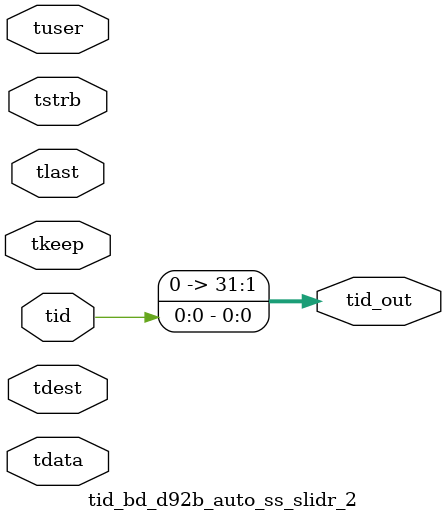
<source format=v>


`timescale 1ps/1ps

module tid_bd_d92b_auto_ss_slidr_2 #
(
parameter C_S_AXIS_TID_WIDTH   = 1,
parameter C_S_AXIS_TUSER_WIDTH = 0,
parameter C_S_AXIS_TDATA_WIDTH = 0,
parameter C_S_AXIS_TDEST_WIDTH = 0,
parameter C_M_AXIS_TID_WIDTH   = 32
)
(
input  [(C_S_AXIS_TID_WIDTH   == 0 ? 1 : C_S_AXIS_TID_WIDTH)-1:0       ] tid,
input  [(C_S_AXIS_TDATA_WIDTH == 0 ? 1 : C_S_AXIS_TDATA_WIDTH)-1:0     ] tdata,
input  [(C_S_AXIS_TUSER_WIDTH == 0 ? 1 : C_S_AXIS_TUSER_WIDTH)-1:0     ] tuser,
input  [(C_S_AXIS_TDEST_WIDTH == 0 ? 1 : C_S_AXIS_TDEST_WIDTH)-1:0     ] tdest,
input  [(C_S_AXIS_TDATA_WIDTH/8)-1:0 ] tkeep,
input  [(C_S_AXIS_TDATA_WIDTH/8)-1:0 ] tstrb,
input                                                                    tlast,
output [(C_M_AXIS_TID_WIDTH   == 0 ? 1 : C_M_AXIS_TID_WIDTH)-1:0       ] tid_out
);

assign tid_out = {tid[0:0]};

endmodule


</source>
